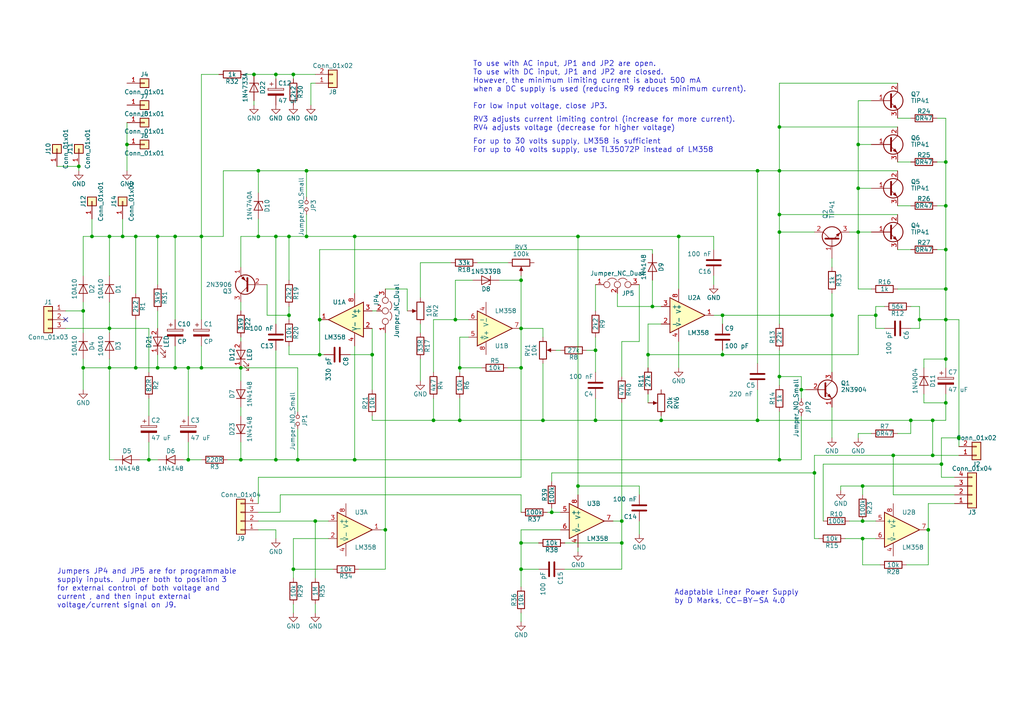
<source format=kicad_sch>
(kicad_sch (version 20210406) (generator eeschema)
  (paper "A4")
  (junction (at 22.86 48.26) (diameter 0.9144))
  (junction (at 24.13 90.17) (diameter 0.9144))
  (junction (at 24.13 106.68) (diameter 0.9144))
  (junction (at 26.67 68.58) (diameter 0.9144))
  (junction (at 31.75 68.58) (diameter 0.9144))
  (junction (at 31.75 95.25) (diameter 0.9144))
  (junction (at 31.75 106.68) (diameter 0.9144))
  (junction (at 35.56 68.58) (diameter 0.9144))
  (junction (at 36.83 41.91) (diameter 0.9144))
  (junction (at 39.37 68.58) (diameter 0.9144))
  (junction (at 39.37 106.68) (diameter 0.9144))
  (junction (at 43.18 133.35) (diameter 0.9144))
  (junction (at 45.72 68.58) (diameter 0.9144))
  (junction (at 45.72 106.68) (diameter 0.9144))
  (junction (at 50.8 68.58) (diameter 0.9144))
  (junction (at 50.8 106.68) (diameter 0.9144))
  (junction (at 54.61 106.68) (diameter 0.9144))
  (junction (at 54.61 133.35) (diameter 0.9144))
  (junction (at 58.42 68.58) (diameter 0.9144))
  (junction (at 58.42 106.68) (diameter 0.9144))
  (junction (at 69.85 106.68) (diameter 0.9144))
  (junction (at 69.85 133.35) (diameter 0.9144))
  (junction (at 73.66 21.59) (diameter 0.9144))
  (junction (at 74.93 49.53) (diameter 0.9144))
  (junction (at 74.93 68.58) (diameter 0.9144))
  (junction (at 80.01 21.59) (diameter 0.9144))
  (junction (at 80.01 68.58) (diameter 0.9144))
  (junction (at 80.01 133.35) (diameter 0.9144))
  (junction (at 83.82 68.58) (diameter 0.9144))
  (junction (at 83.82 91.44) (diameter 0.9144))
  (junction (at 85.09 21.59) (diameter 0.9144))
  (junction (at 85.09 165.1) (diameter 0.9144))
  (junction (at 86.36 133.35) (diameter 0.9144))
  (junction (at 88.9 49.53) (diameter 0.9144))
  (junction (at 88.9 68.58) (diameter 0.9144))
  (junction (at 91.44 151.13) (diameter 0.9144))
  (junction (at 92.71 92.71) (diameter 0.9144))
  (junction (at 92.71 102.87) (diameter 0.9144))
  (junction (at 102.87 68.58) (diameter 0.9144))
  (junction (at 102.87 133.35) (diameter 0.9144))
  (junction (at 107.95 102.87) (diameter 0.9144))
  (junction (at 111.76 153.67) (diameter 0.9144))
  (junction (at 125.73 121.92) (diameter 0.9144))
  (junction (at 132.08 92.71) (diameter 0.9144))
  (junction (at 133.35 106.68) (diameter 0.9144))
  (junction (at 133.35 121.92) (diameter 0.9144))
  (junction (at 151.13 81.28) (diameter 0.9144))
  (junction (at 151.13 95.25) (diameter 0.9144))
  (junction (at 151.13 106.68) (diameter 0.9144))
  (junction (at 151.13 157.48) (diameter 0.9144))
  (junction (at 151.13 165.1) (diameter 0.9144))
  (junction (at 157.48 121.92) (diameter 0.9144))
  (junction (at 160.02 148.59) (diameter 0.9144))
  (junction (at 167.64 68.58) (diameter 0.9144))
  (junction (at 167.64 140.97) (diameter 0.9144))
  (junction (at 172.72 101.6) (diameter 0.9144))
  (junction (at 172.72 121.92) (diameter 0.9144))
  (junction (at 180.34 151.13) (diameter 0.9144))
  (junction (at 180.34 157.48) (diameter 0.9144))
  (junction (at 187.96 102.87) (diameter 0.9144))
  (junction (at 189.23 88.9) (diameter 0.9144))
  (junction (at 191.77 121.92) (diameter 0.9144))
  (junction (at 196.85 68.58) (diameter 0.9144))
  (junction (at 209.55 91.44) (diameter 0.9144))
  (junction (at 209.55 102.87) (diameter 0.9144))
  (junction (at 219.71 49.53) (diameter 0.9144))
  (junction (at 219.71 121.92) (diameter 0.9144))
  (junction (at 226.06 36.83) (diameter 0.9144))
  (junction (at 226.06 49.53) (diameter 0.9144))
  (junction (at 226.06 62.23) (diameter 0.9144))
  (junction (at 226.06 67.31) (diameter 0.9144))
  (junction (at 226.06 109.22) (diameter 0.9144))
  (junction (at 226.06 133.35) (diameter 0.9144))
  (junction (at 232.41 113.03) (diameter 0.9144))
  (junction (at 236.22 137.16) (diameter 0.9144))
  (junction (at 241.3 91.44) (diameter 0.9144))
  (junction (at 248.92 41.91) (diameter 0.9144))
  (junction (at 248.92 54.61) (diameter 0.9144))
  (junction (at 248.92 67.31) (diameter 0.9144))
  (junction (at 250.19 140.97) (diameter 0.9144))
  (junction (at 250.19 151.13) (diameter 0.9144))
  (junction (at 250.19 156.21) (diameter 0.9144))
  (junction (at 254 91.44) (diameter 0.9144))
  (junction (at 259.08 132.08) (diameter 0.9144))
  (junction (at 264.16 121.92) (diameter 0.9144))
  (junction (at 266.7 92.71) (diameter 0.9144))
  (junction (at 269.24 153.67) (diameter 0.9144))
  (junction (at 270.51 121.92) (diameter 0.9144))
  (junction (at 270.51 132.08) (diameter 0.9144))
  (junction (at 273.05 134.62) (diameter 0.9144))
  (junction (at 274.32 46.99) (diameter 0.9144))
  (junction (at 274.32 59.69) (diameter 0.9144))
  (junction (at 274.32 72.39) (diameter 0.9144))
  (junction (at 274.32 83.82) (diameter 0.9144))
  (junction (at 274.32 92.71) (diameter 0.9144))
  (junction (at 274.32 104.14) (diameter 0.9144))
  (junction (at 274.32 116.84) (diameter 0.9144))
  (junction (at 278.13 127) (diameter 0.9144))
  (no_connect (at -54.61 123.19))
  (no_connect (at 19.05 92.71))
  (wire (pts (xy 16.51 48.26) (xy 22.86 48.26)))
  (wire (pts (xy 19.05 95.25) (xy 31.75 95.25)))
  (wire (pts (xy 22.86 48.26) (xy 22.86 49.53)))
  (wire (pts (xy 24.13 68.58) (xy 24.13 80.01)))
  (wire (pts (xy 24.13 68.58) (xy 26.67 68.58)))
  (wire (pts (xy 24.13 87.63) (xy 24.13 90.17)))
  (wire (pts (xy 24.13 90.17) (xy 19.05 90.17)))
  (wire (pts (xy 24.13 90.17) (xy 24.13 96.52)))
  (wire (pts (xy 24.13 104.14) (xy 24.13 106.68)))
  (wire (pts (xy 24.13 106.68) (xy 24.13 113.03)))
  (wire (pts (xy 24.13 106.68) (xy 31.75 106.68)))
  (wire (pts (xy 26.67 63.5) (xy 26.67 68.58)))
  (wire (pts (xy 26.67 68.58) (xy 31.75 68.58)))
  (wire (pts (xy 31.75 68.58) (xy 31.75 80.01)))
  (wire (pts (xy 31.75 68.58) (xy 35.56 68.58)))
  (wire (pts (xy 31.75 87.63) (xy 31.75 95.25)))
  (wire (pts (xy 31.75 95.25) (xy 31.75 96.52)))
  (wire (pts (xy 31.75 95.25) (xy 43.18 95.25)))
  (wire (pts (xy 31.75 104.14) (xy 31.75 106.68)))
  (wire (pts (xy 31.75 106.68) (xy 31.75 133.35)))
  (wire (pts (xy 31.75 106.68) (xy 39.37 106.68)))
  (wire (pts (xy 31.75 133.35) (xy 33.02 133.35)))
  (wire (pts (xy 35.56 63.5) (xy 35.56 68.58)))
  (wire (pts (xy 35.56 68.58) (xy 39.37 68.58)))
  (wire (pts (xy 36.83 35.56) (xy 36.83 41.91)))
  (wire (pts (xy 36.83 41.91) (xy 36.83 49.53)))
  (wire (pts (xy 39.37 68.58) (xy 39.37 85.09)))
  (wire (pts (xy 39.37 68.58) (xy 45.72 68.58)))
  (wire (pts (xy 39.37 106.68) (xy 39.37 92.71)))
  (wire (pts (xy 39.37 106.68) (xy 45.72 106.68)))
  (wire (pts (xy 40.64 133.35) (xy 43.18 133.35)))
  (wire (pts (xy 43.18 95.25) (xy 43.18 107.95)))
  (wire (pts (xy 43.18 120.65) (xy 43.18 115.57)))
  (wire (pts (xy 43.18 133.35) (xy 43.18 128.27)))
  (wire (pts (xy 43.18 133.35) (xy 45.72 133.35)))
  (wire (pts (xy 45.72 68.58) (xy 45.72 82.55)))
  (wire (pts (xy 45.72 68.58) (xy 50.8 68.58)))
  (wire (pts (xy 45.72 90.17) (xy 45.72 95.25)))
  (wire (pts (xy 45.72 106.68) (xy 45.72 102.87)))
  (wire (pts (xy 45.72 106.68) (xy 50.8 106.68)))
  (wire (pts (xy 50.8 68.58) (xy 50.8 92.71)))
  (wire (pts (xy 50.8 68.58) (xy 58.42 68.58)))
  (wire (pts (xy 50.8 106.68) (xy 50.8 100.33)))
  (wire (pts (xy 50.8 106.68) (xy 54.61 106.68)))
  (wire (pts (xy 53.34 133.35) (xy 54.61 133.35)))
  (wire (pts (xy 54.61 106.68) (xy 54.61 120.65)))
  (wire (pts (xy 54.61 106.68) (xy 58.42 106.68)))
  (wire (pts (xy 54.61 133.35) (xy 54.61 128.27)))
  (wire (pts (xy 54.61 133.35) (xy 58.42 133.35)))
  (wire (pts (xy 58.42 21.59) (xy 58.42 68.58)))
  (wire (pts (xy 58.42 21.59) (xy 63.5 21.59)))
  (wire (pts (xy 58.42 68.58) (xy 58.42 92.71)))
  (wire (pts (xy 58.42 68.58) (xy 64.77 68.58)))
  (wire (pts (xy 58.42 106.68) (xy 58.42 100.33)))
  (wire (pts (xy 58.42 106.68) (xy 69.85 106.68)))
  (wire (pts (xy 64.77 49.53) (xy 74.93 49.53)))
  (wire (pts (xy 64.77 68.58) (xy 64.77 49.53)))
  (wire (pts (xy 66.04 133.35) (xy 69.85 133.35)))
  (wire (pts (xy 69.85 68.58) (xy 74.93 68.58)))
  (wire (pts (xy 69.85 77.47) (xy 69.85 68.58)))
  (wire (pts (xy 69.85 87.63) (xy 69.85 90.17)))
  (wire (pts (xy 69.85 97.79) (xy 69.85 99.06)))
  (wire (pts (xy 69.85 106.68) (xy 69.85 110.49)))
  (wire (pts (xy 69.85 106.68) (xy 86.36 106.68)))
  (wire (pts (xy 69.85 118.11) (xy 69.85 120.65)))
  (wire (pts (xy 69.85 128.27) (xy 69.85 133.35)))
  (wire (pts (xy 69.85 133.35) (xy 80.01 133.35)))
  (wire (pts (xy 71.12 21.59) (xy 73.66 21.59)))
  (wire (pts (xy 73.66 21.59) (xy 80.01 21.59)))
  (wire (pts (xy 73.66 30.48) (xy 73.66 29.21)))
  (wire (pts (xy 74.93 49.53) (xy 88.9 49.53)))
  (wire (pts (xy 74.93 55.88) (xy 74.93 49.53)))
  (wire (pts (xy 74.93 68.58) (xy 74.93 63.5)))
  (wire (pts (xy 74.93 68.58) (xy 80.01 68.58)))
  (wire (pts (xy 74.93 138.43) (xy 151.13 138.43)))
  (wire (pts (xy 74.93 146.05) (xy 74.93 138.43)))
  (wire (pts (xy 74.93 148.59) (xy 81.28 148.59)))
  (wire (pts (xy 74.93 151.13) (xy 91.44 151.13)))
  (wire (pts (xy 77.47 82.55) (xy 77.47 91.44)))
  (wire (pts (xy 77.47 91.44) (xy 83.82 91.44)))
  (wire (pts (xy 80.01 21.59) (xy 80.01 22.86)))
  (wire (pts (xy 80.01 21.59) (xy 85.09 21.59)))
  (wire (pts (xy 80.01 68.58) (xy 80.01 93.98)))
  (wire (pts (xy 80.01 68.58) (xy 83.82 68.58)))
  (wire (pts (xy 80.01 133.35) (xy 80.01 101.6)))
  (wire (pts (xy 80.01 133.35) (xy 86.36 133.35)))
  (wire (pts (xy 80.01 153.67) (xy 74.93 153.67)))
  (wire (pts (xy 80.01 156.21) (xy 80.01 153.67)))
  (wire (pts (xy 81.28 143.51) (xy 151.13 143.51)))
  (wire (pts (xy 81.28 148.59) (xy 81.28 143.51)))
  (wire (pts (xy 83.82 68.58) (xy 83.82 81.28)))
  (wire (pts (xy 83.82 68.58) (xy 88.9 68.58)))
  (wire (pts (xy 83.82 88.9) (xy 83.82 91.44)))
  (wire (pts (xy 83.82 91.44) (xy 83.82 92.71)))
  (wire (pts (xy 83.82 100.33) (xy 83.82 102.87)))
  (wire (pts (xy 83.82 102.87) (xy 92.71 102.87)))
  (wire (pts (xy 85.09 21.59) (xy 85.09 22.86)))
  (wire (pts (xy 85.09 21.59) (xy 91.44 21.59)))
  (wire (pts (xy 85.09 156.21) (xy 85.09 165.1)))
  (wire (pts (xy 85.09 156.21) (xy 95.25 156.21)))
  (wire (pts (xy 85.09 165.1) (xy 85.09 167.64)))
  (wire (pts (xy 85.09 165.1) (xy 96.52 165.1)))
  (wire (pts (xy 85.09 177.8) (xy 85.09 175.26)))
  (wire (pts (xy 86.36 106.68) (xy 86.36 119.38)))
  (wire (pts (xy 86.36 133.35) (xy 86.36 124.46)))
  (wire (pts (xy 86.36 133.35) (xy 102.87 133.35)))
  (wire (pts (xy 88.9 49.53) (xy 88.9 57.15)))
  (wire (pts (xy 88.9 49.53) (xy 219.71 49.53)))
  (wire (pts (xy 88.9 68.58) (xy 88.9 62.23)))
  (wire (pts (xy 88.9 68.58) (xy 102.87 68.58)))
  (wire (pts (xy 90.17 24.13) (xy 91.44 24.13)))
  (wire (pts (xy 90.17 30.48) (xy 90.17 24.13)))
  (wire (pts (xy 91.44 151.13) (xy 95.25 151.13)))
  (wire (pts (xy 91.44 167.64) (xy 91.44 151.13)))
  (wire (pts (xy 91.44 175.26) (xy 91.44 177.8)))
  (wire (pts (xy 92.71 72.39) (xy 92.71 92.71)))
  (wire (pts (xy 92.71 72.39) (xy 189.23 72.39)))
  (wire (pts (xy 92.71 92.71) (xy 92.71 102.87)))
  (wire (pts (xy 92.71 102.87) (xy 93.98 102.87)))
  (wire (pts (xy 101.6 102.87) (xy 107.95 102.87)))
  (wire (pts (xy 102.87 68.58) (xy 102.87 85.09)))
  (wire (pts (xy 102.87 68.58) (xy 167.64 68.58)))
  (wire (pts (xy 102.87 133.35) (xy 102.87 100.33)))
  (wire (pts (xy 102.87 133.35) (xy 226.06 133.35)))
  (wire (pts (xy 107.95 95.25) (xy 107.95 102.87)))
  (wire (pts (xy 107.95 102.87) (xy 107.95 113.03)))
  (wire (pts (xy 107.95 121.92) (xy 107.95 120.65)))
  (wire (pts (xy 107.95 121.92) (xy 125.73 121.92)))
  (wire (pts (xy 109.22 90.17) (xy 107.95 90.17)))
  (wire (pts (xy 111.76 83.82) (xy 118.11 83.82)))
  (wire (pts (xy 111.76 96.52) (xy 111.76 153.67)))
  (wire (pts (xy 111.76 153.67) (xy 110.49 153.67)))
  (wire (pts (xy 111.76 153.67) (xy 111.76 165.1)))
  (wire (pts (xy 111.76 165.1) (xy 104.14 165.1)))
  (wire (pts (xy 118.11 83.82) (xy 118.11 90.17)))
  (wire (pts (xy 121.92 76.2) (xy 130.81 76.2)))
  (wire (pts (xy 121.92 86.36) (xy 121.92 76.2)))
  (wire (pts (xy 121.92 93.98) (xy 121.92 96.52)))
  (wire (pts (xy 121.92 104.14) (xy 121.92 110.49)))
  (wire (pts (xy 125.73 92.71) (xy 132.08 92.71)))
  (wire (pts (xy 125.73 107.95) (xy 125.73 92.71)))
  (wire (pts (xy 125.73 115.57) (xy 125.73 121.92)))
  (wire (pts (xy 125.73 121.92) (xy 133.35 121.92)))
  (wire (pts (xy 132.08 81.28) (xy 137.16 81.28)))
  (wire (pts (xy 132.08 92.71) (xy 132.08 81.28)))
  (wire (pts (xy 132.08 92.71) (xy 135.89 92.71)))
  (wire (pts (xy 133.35 97.79) (xy 133.35 106.68)))
  (wire (pts (xy 133.35 106.68) (xy 133.35 107.95)))
  (wire (pts (xy 133.35 106.68) (xy 139.7 106.68)))
  (wire (pts (xy 133.35 121.92) (xy 133.35 115.57)))
  (wire (pts (xy 133.35 121.92) (xy 157.48 121.92)))
  (wire (pts (xy 135.89 97.79) (xy 133.35 97.79)))
  (wire (pts (xy 144.78 81.28) (xy 151.13 81.28)))
  (wire (pts (xy 147.32 76.2) (xy 138.43 76.2)))
  (wire (pts (xy 151.13 80.01) (xy 151.13 81.28)))
  (wire (pts (xy 151.13 81.28) (xy 151.13 95.25)))
  (wire (pts (xy 151.13 95.25) (xy 151.13 106.68)))
  (wire (pts (xy 151.13 95.25) (xy 157.48 95.25)))
  (wire (pts (xy 151.13 106.68) (xy 147.32 106.68)))
  (wire (pts (xy 151.13 106.68) (xy 151.13 138.43)))
  (wire (pts (xy 151.13 143.51) (xy 151.13 148.59)))
  (wire (pts (xy 151.13 153.67) (xy 151.13 157.48)))
  (wire (pts (xy 151.13 153.67) (xy 162.56 153.67)))
  (wire (pts (xy 151.13 157.48) (xy 151.13 165.1)))
  (wire (pts (xy 151.13 157.48) (xy 156.21 157.48)))
  (wire (pts (xy 151.13 165.1) (xy 151.13 170.18)))
  (wire (pts (xy 151.13 165.1) (xy 156.21 165.1)))
  (wire (pts (xy 151.13 180.34) (xy 151.13 177.8)))
  (wire (pts (xy 157.48 95.25) (xy 157.48 97.79)))
  (wire (pts (xy 157.48 121.92) (xy 157.48 105.41)))
  (wire (pts (xy 157.48 121.92) (xy 172.72 121.92)))
  (wire (pts (xy 158.75 148.59) (xy 160.02 148.59)))
  (wire (pts (xy 160.02 137.16) (xy 236.22 137.16)))
  (wire (pts (xy 160.02 139.7) (xy 160.02 137.16)))
  (wire (pts (xy 160.02 147.32) (xy 160.02 148.59)))
  (wire (pts (xy 160.02 148.59) (xy 162.56 148.59)))
  (wire (pts (xy 162.56 101.6) (xy 161.29 101.6)))
  (wire (pts (xy 167.64 68.58) (xy 167.64 140.97)))
  (wire (pts (xy 167.64 68.58) (xy 196.85 68.58)))
  (wire (pts (xy 167.64 140.97) (xy 167.64 143.51)))
  (wire (pts (xy 167.64 140.97) (xy 185.42 140.97)))
  (wire (pts (xy 167.64 160.02) (xy 167.64 158.75)))
  (wire (pts (xy 172.72 90.17) (xy 172.72 82.55)))
  (wire (pts (xy 172.72 97.79) (xy 172.72 101.6)))
  (wire (pts (xy 172.72 101.6) (xy 170.18 101.6)))
  (wire (pts (xy 172.72 101.6) (xy 172.72 107.95)))
  (wire (pts (xy 172.72 121.92) (xy 172.72 115.57)))
  (wire (pts (xy 172.72 121.92) (xy 191.77 121.92)))
  (wire (pts (xy 179.07 85.09) (xy 179.07 88.9)))
  (wire (pts (xy 179.07 88.9) (xy 189.23 88.9)))
  (wire (pts (xy 180.34 99.06) (xy 185.42 99.06)))
  (wire (pts (xy 180.34 109.22) (xy 180.34 99.06)))
  (wire (pts (xy 180.34 116.84) (xy 180.34 151.13)))
  (wire (pts (xy 180.34 151.13) (xy 177.8 151.13)))
  (wire (pts (xy 180.34 151.13) (xy 180.34 157.48)))
  (wire (pts (xy 180.34 157.48) (xy 163.83 157.48)))
  (wire (pts (xy 180.34 157.48) (xy 180.34 165.1)))
  (wire (pts (xy 180.34 165.1) (xy 163.83 165.1)))
  (wire (pts (xy 185.42 82.55) (xy 185.42 99.06)))
  (wire (pts (xy 185.42 140.97) (xy 185.42 143.51)))
  (wire (pts (xy 185.42 154.94) (xy 185.42 151.13)))
  (wire (pts (xy 187.96 93.98) (xy 187.96 102.87)))
  (wire (pts (xy 187.96 93.98) (xy 191.77 93.98)))
  (wire (pts (xy 187.96 102.87) (xy 187.96 106.68)))
  (wire (pts (xy 187.96 102.87) (xy 209.55 102.87)))
  (wire (pts (xy 187.96 116.84) (xy 187.96 114.3)))
  (wire (pts (xy 189.23 72.39) (xy 189.23 73.66)))
  (wire (pts (xy 189.23 88.9) (xy 189.23 81.28)))
  (wire (pts (xy 189.23 88.9) (xy 191.77 88.9)))
  (wire (pts (xy 191.77 121.92) (xy 191.77 120.65)))
  (wire (pts (xy 191.77 121.92) (xy 219.71 121.92)))
  (wire (pts (xy 196.85 68.58) (xy 196.85 83.82)))
  (wire (pts (xy 196.85 68.58) (xy 207.01 68.58)))
  (wire (pts (xy 196.85 106.68) (xy 196.85 99.06)))
  (wire (pts (xy 207.01 68.58) (xy 207.01 72.39)))
  (wire (pts (xy 207.01 82.55) (xy 207.01 80.01)))
  (wire (pts (xy 207.01 91.44) (xy 209.55 91.44)))
  (wire (pts (xy 209.55 91.44) (xy 209.55 93.98)))
  (wire (pts (xy 209.55 91.44) (xy 241.3 91.44)))
  (wire (pts (xy 209.55 101.6) (xy 209.55 102.87)))
  (wire (pts (xy 209.55 102.87) (xy 248.92 102.87)))
  (wire (pts (xy 219.71 49.53) (xy 219.71 105.41)))
  (wire (pts (xy 219.71 49.53) (xy 226.06 49.53)))
  (wire (pts (xy 219.71 121.92) (xy 219.71 113.03)))
  (wire (pts (xy 219.71 121.92) (xy 264.16 121.92)))
  (wire (pts (xy 226.06 24.13) (xy 226.06 36.83)))
  (wire (pts (xy 226.06 24.13) (xy 260.35 24.13)))
  (wire (pts (xy 226.06 36.83) (xy 226.06 49.53)))
  (wire (pts (xy 226.06 36.83) (xy 260.35 36.83)))
  (wire (pts (xy 226.06 49.53) (xy 226.06 62.23)))
  (wire (pts (xy 226.06 49.53) (xy 260.35 49.53)))
  (wire (pts (xy 226.06 62.23) (xy 226.06 67.31)))
  (wire (pts (xy 226.06 62.23) (xy 260.35 62.23)))
  (wire (pts (xy 226.06 67.31) (xy 226.06 93.98)))
  (wire (pts (xy 226.06 101.6) (xy 226.06 109.22)))
  (wire (pts (xy 226.06 109.22) (xy 226.06 111.76)))
  (wire (pts (xy 226.06 133.35) (xy 226.06 119.38)))
  (wire (pts (xy 226.06 133.35) (xy 232.41 133.35)))
  (wire (pts (xy 232.41 109.22) (xy 226.06 109.22)))
  (wire (pts (xy 232.41 109.22) (xy 232.41 113.03)))
  (wire (pts (xy 232.41 113.03) (xy 232.41 115.57)))
  (wire (pts (xy 232.41 133.35) (xy 232.41 120.65)))
  (wire (pts (xy 233.68 113.03) (xy 232.41 113.03)))
  (wire (pts (xy 236.22 67.31) (xy 226.06 67.31)))
  (wire (pts (xy 236.22 132.08) (xy 236.22 137.16)))
  (wire (pts (xy 236.22 132.08) (xy 259.08 132.08)))
  (wire (pts (xy 236.22 137.16) (xy 236.22 156.21)))
  (wire (pts (xy 236.22 156.21) (xy 237.49 156.21)))
  (wire (pts (xy 238.76 134.62) (xy 273.05 134.62)))
  (wire (pts (xy 238.76 151.13) (xy 238.76 134.62)))
  (wire (pts (xy 241.3 74.93) (xy 241.3 77.47)))
  (wire (pts (xy 241.3 85.09) (xy 241.3 91.44)))
  (wire (pts (xy 241.3 91.44) (xy 241.3 107.95)))
  (wire (pts (xy 241.3 118.11) (xy 241.3 127)))
  (wire (pts (xy 243.84 140.97) (xy 250.19 140.97)))
  (wire (pts (xy 243.84 142.24) (xy 243.84 140.97)))
  (wire (pts (xy 245.11 156.21) (xy 250.19 156.21)))
  (wire (pts (xy 246.38 67.31) (xy 248.92 67.31)))
  (wire (pts (xy 246.38 151.13) (xy 250.19 151.13)))
  (wire (pts (xy 248.92 29.21) (xy 248.92 41.91)))
  (wire (pts (xy 248.92 29.21) (xy 252.73 29.21)))
  (wire (pts (xy 248.92 41.91) (xy 248.92 54.61)))
  (wire (pts (xy 248.92 54.61) (xy 248.92 67.31)))
  (wire (pts (xy 248.92 54.61) (xy 252.73 54.61)))
  (wire (pts (xy 248.92 67.31) (xy 248.92 83.82)))
  (wire (pts (xy 248.92 67.31) (xy 252.73 67.31)))
  (wire (pts (xy 248.92 83.82) (xy 252.73 83.82)))
  (wire (pts (xy 248.92 91.44) (xy 254 91.44)))
  (wire (pts (xy 248.92 102.87) (xy 248.92 91.44)))
  (wire (pts (xy 248.92 125.73) (xy 252.73 125.73)))
  (wire (pts (xy 248.92 127) (xy 248.92 125.73)))
  (wire (pts (xy 250.19 140.97) (xy 276.86 140.97)))
  (wire (pts (xy 250.19 143.51) (xy 250.19 140.97)))
  (wire (pts (xy 250.19 151.13) (xy 254 151.13)))
  (wire (pts (xy 250.19 156.21) (xy 250.19 163.83)))
  (wire (pts (xy 250.19 156.21) (xy 254 156.21)))
  (wire (pts (xy 250.19 163.83) (xy 255.27 163.83)))
  (wire (pts (xy 252.73 41.91) (xy 248.92 41.91)))
  (wire (pts (xy 254 88.9) (xy 254 91.44)))
  (wire (pts (xy 254 88.9) (xy 256.54 88.9)))
  (wire (pts (xy 254 91.44) (xy 254 95.25)))
  (wire (pts (xy 254 95.25) (xy 256.54 95.25)))
  (wire (pts (xy 259.08 132.08) (xy 259.08 143.51)))
  (wire (pts (xy 259.08 132.08) (xy 270.51 132.08)))
  (wire (pts (xy 259.08 143.51) (xy 276.86 143.51)))
  (wire (pts (xy 260.35 125.73) (xy 264.16 125.73)))
  (wire (pts (xy 264.16 34.29) (xy 260.35 34.29)))
  (wire (pts (xy 264.16 46.99) (xy 260.35 46.99)))
  (wire (pts (xy 264.16 59.69) (xy 260.35 59.69)))
  (wire (pts (xy 264.16 72.39) (xy 260.35 72.39)))
  (wire (pts (xy 264.16 88.9) (xy 266.7 88.9)))
  (wire (pts (xy 264.16 121.92) (xy 270.51 121.92)))
  (wire (pts (xy 264.16 125.73) (xy 264.16 121.92)))
  (wire (pts (xy 266.7 88.9) (xy 266.7 92.71)))
  (wire (pts (xy 266.7 92.71) (xy 266.7 95.25)))
  (wire (pts (xy 266.7 92.71) (xy 274.32 92.71)))
  (wire (pts (xy 266.7 95.25) (xy 264.16 95.25)))
  (wire (pts (xy 267.97 104.14) (xy 267.97 106.68)))
  (wire (pts (xy 267.97 114.3) (xy 267.97 116.84)))
  (wire (pts (xy 267.97 116.84) (xy 274.32 116.84)))
  (wire (pts (xy 269.24 146.05) (xy 269.24 153.67)))
  (wire (pts (xy 269.24 146.05) (xy 276.86 146.05)))
  (wire (pts (xy 269.24 153.67) (xy 269.24 163.83)))
  (wire (pts (xy 269.24 163.83) (xy 262.89 163.83)))
  (wire (pts (xy 270.51 121.92) (xy 274.32 121.92)))
  (wire (pts (xy 270.51 132.08) (xy 270.51 121.92)))
  (wire (pts (xy 270.51 132.08) (xy 278.13 132.08)))
  (wire (pts (xy 273.05 127) (xy 273.05 134.62)))
  (wire (pts (xy 273.05 127) (xy 278.13 127)))
  (wire (pts (xy 273.05 134.62) (xy 273.05 138.43)))
  (wire (pts (xy 273.05 138.43) (xy 276.86 138.43)))
  (wire (pts (xy 274.32 34.29) (xy 271.78 34.29)))
  (wire (pts (xy 274.32 34.29) (xy 274.32 46.99)))
  (wire (pts (xy 274.32 46.99) (xy 271.78 46.99)))
  (wire (pts (xy 274.32 46.99) (xy 274.32 59.69)))
  (wire (pts (xy 274.32 59.69) (xy 271.78 59.69)))
  (wire (pts (xy 274.32 59.69) (xy 274.32 72.39)))
  (wire (pts (xy 274.32 72.39) (xy 271.78 72.39)))
  (wire (pts (xy 274.32 72.39) (xy 274.32 83.82)))
  (wire (pts (xy 274.32 83.82) (xy 260.35 83.82)))
  (wire (pts (xy 274.32 83.82) (xy 274.32 92.71)))
  (wire (pts (xy 274.32 92.71) (xy 274.32 104.14)))
  (wire (pts (xy 274.32 92.71) (xy 278.13 92.71)))
  (wire (pts (xy 274.32 104.14) (xy 267.97 104.14)))
  (wire (pts (xy 274.32 104.14) (xy 274.32 106.68)))
  (wire (pts (xy 274.32 116.84) (xy 274.32 114.3)))
  (wire (pts (xy 274.32 121.92) (xy 274.32 116.84)))
  (wire (pts (xy 278.13 92.71) (xy 278.13 127)))
  (wire (pts (xy 278.13 127) (xy 278.13 129.54)))
  (text "Jumpers JP4 and JP5 are for programmable\nsupply inputs.  Jumper both to position 3 \nfor external control of both voltage and\ncurrent , and then input external \nvoltage/current signal on J9." (at 16.51 176.53 0) (effects (font (size 1.524 1.524)) (justify left bottom)))
  (text "To use with AC input, JP1 and JP2 are open.\nTo use with DC input, JP1 and JP2 are closed. \nHowever, the minimum limiting current is about 500 mA\nwhen a DC supply is used (reducing R9 reduces minimum current).\n\nFor low input voltage, close JP3." (at 137.16 31.75 0) (effects (font (size 1.524 1.524)) (justify left bottom)))
  (text "RV3 adjusts current limiting control (increase for more current).\nRV4 adjusts voltage (decrease for higher voltage)" (at 137.16 38.1 0) (effects (font (size 1.524 1.524)) (justify left bottom)))
  (text "For up to 30 volts supply, LM358 is sufficient\nFor up to 40 volts supply, use TL35072P instead of LM358" (at 137.16 44.45 0) (effects (font (size 1.524 1.524)) (justify left bottom)))
  (text "Adaptable Linear Power Supply\nby D Marks, CC-BY-SA 4.0" (at 195.58 175.26 0) (effects (font (size 1.524 1.524)) (justify left bottom)))
  (symbol (lib_id "LinearPS-rescue:Jumper_NO_Small") (at 86.36 121.92 270) (unit 1)
    (property "Reference" "JP1" (at 88.392 121.92 0))
    (property "Value" "Jumper_NO_Small" (at 84.836 122.174 0))
    (property "Footprint" "Pin_Headers:Pin_Header_Straight_1x02_Pitch2.54mm" (effects hide))
  )
  (symbol (lib_id "LinearPS-rescue:Jumper_NO_Small") (at 88.9 59.69 270) (unit 1)
    (property "Reference" "JP3" (at 90.932 59.69 0))
    (property "Value" "Jumper_NO_Small" (at 87.376 59.944 0))
    (property "Footprint" "Pin_Headers:Pin_Header_Straight_1x02_Pitch2.54mm" (effects hide))
  )
  (symbol (lib_id "LinearPS-rescue:Jumper_NO_Small") (at 232.41 118.11 270) (unit 1)
    (property "Reference" "JP2" (at 234.442 118.11 0))
    (property "Value" "Jumper_NO_Small" (at 230.886 118.364 0))
    (property "Footprint" "Pin_Headers:Pin_Header_Straight_1x02_Pitch2.54mm" (effects hide))
  )
  (symbol (lib_id "LinearPS-rescue:GND") (at 22.86 49.53 0) (unit 1)
    (property "Reference" "#PWR015" (effects hide))
    (property "Value" "GND" (at 22.86 53.34 0))
  )
  (symbol (lib_id "LinearPS-rescue:GND") (at 24.13 113.03 0) (unit 1)
    (property "Reference" "#PWR01" (effects hide))
    (property "Value" "GND" (at 24.13 116.84 0))
  )
  (symbol (lib_id "LinearPS-rescue:GND") (at 36.83 49.53 0) (unit 1)
    (property "Reference" "#PWR08" (effects hide))
    (property "Value" "GND" (at 36.83 53.34 0))
  )
  (symbol (lib_id "LinearPS-rescue:GND") (at 73.66 30.48 0) (unit 1)
    (property "Reference" "#PWR02" (effects hide))
    (property "Value" "GND" (at 73.66 34.29 0))
  )
  (symbol (lib_id "LinearPS-rescue:GND") (at 80.01 30.48 0) (unit 1)
    (property "Reference" "#PWR04" (effects hide))
    (property "Value" "GND" (at 80.01 34.29 0))
  )
  (symbol (lib_id "LinearPS-rescue:GND") (at 80.01 156.21 0) (unit 1)
    (property "Reference" "#PWR018" (effects hide))
    (property "Value" "GND" (at 80.01 160.02 0))
  )
  (symbol (lib_id "LinearPS-rescue:GND") (at 85.09 30.48 0) (unit 1)
    (property "Reference" "#PWR05" (effects hide))
    (property "Value" "GND" (at 85.09 34.29 0))
  )
  (symbol (lib_id "LinearPS-rescue:GND") (at 85.09 177.8 0) (unit 1)
    (property "Reference" "#PWR019" (effects hide))
    (property "Value" "GND" (at 85.09 181.61 0))
  )
  (symbol (lib_id "LinearPS-rescue:GND") (at 90.17 30.48 0) (unit 1)
    (property "Reference" "#PWR03" (effects hide))
    (property "Value" "GND" (at 90.17 34.29 0))
  )
  (symbol (lib_id "LinearPS-rescue:GND") (at 91.44 177.8 0) (unit 1)
    (property "Reference" "#PWR016" (effects hide))
    (property "Value" "GND" (at 91.44 181.61 0))
  )
  (symbol (lib_id "LinearPS-rescue:GND") (at 121.92 110.49 0) (unit 1)
    (property "Reference" "#PWR011" (effects hide))
    (property "Value" "GND" (at 121.92 114.3 0))
  )
  (symbol (lib_id "LinearPS-rescue:GND") (at 151.13 180.34 0) (unit 1)
    (property "Reference" "#PWR017" (effects hide))
    (property "Value" "GND" (at 151.13 184.15 0))
  )
  (symbol (lib_id "LinearPS-rescue:GND") (at 167.64 160.02 0) (unit 1)
    (property "Reference" "#PWR06" (effects hide))
    (property "Value" "GND" (at 167.64 163.83 0))
  )
  (symbol (lib_id "LinearPS-rescue:GND") (at 185.42 154.94 0) (unit 1)
    (property "Reference" "#PWR07" (effects hide))
    (property "Value" "GND" (at 185.42 158.75 0))
  )
  (symbol (lib_id "LinearPS-rescue:GND") (at 196.85 106.68 0) (unit 1)
    (property "Reference" "#PWR012" (effects hide))
    (property "Value" "GND" (at 196.85 110.49 0))
  )
  (symbol (lib_id "LinearPS-rescue:GND") (at 207.01 82.55 0) (unit 1)
    (property "Reference" "#PWR09" (effects hide))
    (property "Value" "GND" (at 207.01 86.36 0))
  )
  (symbol (lib_id "LinearPS-rescue:GND") (at 241.3 127 0) (unit 1)
    (property "Reference" "#PWR013" (effects hide))
    (property "Value" "GND" (at 241.3 130.81 0))
  )
  (symbol (lib_id "LinearPS-rescue:GND") (at 243.84 142.24 0) (unit 1)
    (property "Reference" "#PWR010" (effects hide))
    (property "Value" "GND" (at 243.84 146.05 0))
  )
  (symbol (lib_id "LinearPS-rescue:GND") (at 248.92 127 0) (unit 1)
    (property "Reference" "#PWR014" (effects hide))
    (property "Value" "GND" (at 248.92 130.81 0))
  )
  (symbol (lib_id "LinearPS-rescue:Conn_01x01") (at 16.51 43.18 90) (unit 1)
    (property "Reference" "J10" (at 13.97 43.18 0))
    (property "Value" "Conn_01x01" (at 19.05 43.18 0))
    (property "Footprint" "Connectors:1pin" (effects hide))
  )
  (symbol (lib_id "LinearPS-rescue:Conn_01x01") (at 22.86 43.18 90) (unit 1)
    (property "Reference" "J11" (at 20.32 43.18 0))
    (property "Value" "Conn_01x01" (at 25.4 43.18 0))
    (property "Footprint" "Connectors:1pin" (effects hide))
  )
  (symbol (lib_id "LinearPS-rescue:Conn_01x01") (at 26.67 58.42 90) (unit 1)
    (property "Reference" "J12" (at 24.13 58.42 0))
    (property "Value" "Conn_01x01" (at 29.21 58.42 0))
    (property "Footprint" "Connectors:1pin" (effects hide))
  )
  (symbol (lib_id "LinearPS-rescue:Conn_01x01") (at 35.56 58.42 90) (unit 1)
    (property "Reference" "J14" (at 33.02 58.42 0))
    (property "Value" "Conn_01x01" (at 38.1 58.42 0))
    (property "Footprint" "Connectors:1pin" (effects hide))
  )
  (symbol (lib_id "LinearPS-rescue:Conn_01x01") (at 41.91 24.13 0) (unit 1)
    (property "Reference" "J4" (at 41.91 21.59 0))
    (property "Value" "Conn_01x01" (at 41.91 26.67 0))
    (property "Footprint" "Connectors:1pin" (effects hide))
  )
  (symbol (lib_id "LinearPS-rescue:Conn_01x01") (at 41.91 30.48 0) (unit 1)
    (property "Reference" "J7" (at 41.91 27.94 0))
    (property "Value" "Conn_01x01" (at 41.91 33.02 0))
    (property "Footprint" "Connectors:1pin" (effects hide))
  )
  (symbol (lib_id "LinearPS-rescue:Conn_01x01") (at 41.91 35.56 0) (unit 1)
    (property "Reference" "J5" (at 41.91 33.02 0))
    (property "Value" "Conn_01x01" (at 41.91 38.1 0))
    (property "Footprint" "Connectors:1pin" (effects hide))
  )
  (symbol (lib_id "LinearPS-rescue:Conn_01x01") (at 41.91 41.91 0) (unit 1)
    (property "Reference" "J6" (at 41.91 39.37 0))
    (property "Value" "Conn_01x01" (at 41.91 44.45 0))
    (property "Footprint" "Connectors:1pin" (effects hide))
  )
  (symbol (lib_id "LinearPS-rescue:R") (at 39.37 88.9 0) (unit 1)
    (property "Reference" "R1" (at 41.402 88.9 90))
    (property "Value" "2k2" (at 39.37 88.9 90))
    (property "Footprint" "Resistors_THT:R_Axial_DIN0207_L6.3mm_D2.5mm_P7.62mm_Horizontal" (effects hide))
  )
  (symbol (lib_id "LinearPS-rescue:R") (at 43.18 111.76 0) (unit 1)
    (property "Reference" "R2" (at 45.212 111.76 90))
    (property "Value" "82R" (at 43.18 111.76 90))
    (property "Footprint" "Resistors_THT:R_Axial_DIN0411_L9.9mm_D3.6mm_P12.70mm_Horizontal" (effects hide))
  )
  (symbol (lib_id "LinearPS-rescue:R") (at 45.72 86.36 0) (unit 1)
    (property "Reference" "R31" (at 47.752 86.36 90))
    (property "Value" "3k9" (at 45.72 86.36 90))
    (property "Footprint" "Resistors_THT:R_Axial_DIN0207_L6.3mm_D2.5mm_P7.62mm_Horizontal" (effects hide))
  )
  (symbol (lib_id "LinearPS-rescue:R") (at 62.23 133.35 270) (unit 1)
    (property "Reference" "R3" (at 62.23 135.382 90))
    (property "Value" "220R" (at 62.23 133.35 90))
    (property "Footprint" "Resistors_THT:R_Axial_DIN0411_L9.9mm_D3.6mm_P12.70mm_Horizontal" (effects hide))
  )
  (symbol (lib_id "LinearPS-rescue:R") (at 67.31 21.59 270) (unit 1)
    (property "Reference" "R32" (at 67.31 23.622 90))
    (property "Value" "1k" (at 67.31 21.59 90))
    (property "Footprint" "Resistors_THT:R_Axial_DIN0411_L9.9mm_D3.6mm_P12.70mm_Horizontal" (effects hide))
  )
  (symbol (lib_id "LinearPS-rescue:R") (at 69.85 93.98 0) (unit 1)
    (property "Reference" "R22" (at 71.882 93.98 90))
    (property "Value" "3k9" (at 69.85 93.98 90))
    (property "Footprint" "Resistors_THT:R_Axial_DIN0207_L6.3mm_D2.5mm_P7.62mm_Horizontal" (effects hide))
  )
  (symbol (lib_id "LinearPS-rescue:R") (at 83.82 85.09 0) (unit 1)
    (property "Reference" "R19" (at 85.852 85.09 90))
    (property "Value" "2k2" (at 83.82 85.09 90))
    (property "Footprint" "Resistors_THT:R_Axial_DIN0207_L6.3mm_D2.5mm_P7.62mm_Horizontal" (effects hide))
  )
  (symbol (lib_id "LinearPS-rescue:R") (at 83.82 96.52 0) (unit 1)
    (property "Reference" "R20" (at 85.852 96.52 90))
    (property "Value" "10k" (at 83.82 96.52 90))
    (property "Footprint" "Resistors_THT:R_Axial_DIN0207_L6.3mm_D2.5mm_P7.62mm_Horizontal" (effects hide))
  )
  (symbol (lib_id "LinearPS-rescue:R") (at 85.09 26.67 0) (unit 1)
    (property "Reference" "R30" (at 87.122 26.67 90))
    (property "Value" "2k2" (at 85.09 26.67 90))
    (property "Footprint" "Resistors_THT:R_Axial_DIN0207_L6.3mm_D2.5mm_P7.62mm_Horizontal" (effects hide))
  )
  (symbol (lib_id "LinearPS-rescue:R") (at 85.09 171.45 0) (mirror x) (unit 1)
    (property "Reference" "R29" (at 87.122 171.45 90))
    (property "Value" "10k" (at 85.09 171.45 90))
    (property "Footprint" "Resistors_THT:R_Axial_DIN0207_L6.3mm_D2.5mm_P7.62mm_Horizontal" (effects hide))
  )
  (symbol (lib_id "LinearPS-rescue:R") (at 91.44 171.45 0) (unit 1)
    (property "Reference" "R35" (at 93.472 171.45 90))
    (property "Value" "1M" (at 91.44 171.45 90))
    (property "Footprint" "Resistors_THT:R_Axial_DIN0207_L6.3mm_D2.5mm_P7.62mm_Horizontal" (effects hide))
  )
  (symbol (lib_id "LinearPS-rescue:R") (at 100.33 165.1 270) (unit 1)
    (property "Reference" "R34" (at 100.33 167.132 90))
    (property "Value" "10k" (at 100.33 165.1 90))
    (property "Footprint" "Resistors_THT:R_Axial_DIN0207_L6.3mm_D2.5mm_P7.62mm_Horizontal" (effects hide))
  )
  (symbol (lib_id "LinearPS-rescue:R") (at 107.95 116.84 180) (unit 1)
    (property "Reference" "R21" (at 105.918 116.84 90))
    (property "Value" "10k" (at 107.95 116.84 90))
    (property "Footprint" "Resistors_THT:R_Axial_DIN0207_L6.3mm_D2.5mm_P7.62mm_Horizontal" (effects hide))
  )
  (symbol (lib_id "LinearPS-rescue:R") (at 121.92 100.33 0) (unit 1)
    (property "Reference" "R17" (at 123.952 100.33 90))
    (property "Value" "33R" (at 121.92 100.33 90))
    (property "Footprint" "Resistors_THT:R_Axial_DIN0207_L6.3mm_D2.5mm_P7.62mm_Horizontal" (effects hide))
  )
  (symbol (lib_id "LinearPS-rescue:R") (at 125.73 111.76 0) (unit 1)
    (property "Reference" "R4" (at 127.762 111.76 90))
    (property "Value" "4k7" (at 125.73 111.76 90))
    (property "Footprint" "Resistors_THT:R_Axial_DIN0207_L6.3mm_D2.5mm_P7.62mm_Horizontal" (effects hide))
  )
  (symbol (lib_id "LinearPS-rescue:R") (at 133.35 111.76 0) (unit 1)
    (property "Reference" "R6" (at 135.382 111.76 90))
    (property "Value" "10k" (at 133.35 111.76 90))
    (property "Footprint" "Resistors_THT:R_Axial_DIN0207_L6.3mm_D2.5mm_P7.62mm_Horizontal" (effects hide))
  )
  (symbol (lib_id "LinearPS-rescue:R") (at 134.62 76.2 270) (unit 1)
    (property "Reference" "R18" (at 134.62 78.232 90))
    (property "Value" "33k" (at 134.62 76.2 90))
    (property "Footprint" "Resistors_THT:R_Axial_DIN0207_L6.3mm_D2.5mm_P7.62mm_Horizontal" (effects hide))
  )
  (symbol (lib_id "LinearPS-rescue:R") (at 143.51 106.68 90) (unit 1)
    (property "Reference" "R5" (at 143.51 104.648 90))
    (property "Value" "10k" (at 143.51 106.68 90))
    (property "Footprint" "Resistors_THT:R_Axial_DIN0207_L6.3mm_D2.5mm_P7.62mm_Horizontal" (effects hide))
  )
  (symbol (lib_id "LinearPS-rescue:R") (at 151.13 173.99 180) (unit 1)
    (property "Reference" "R36" (at 149.098 173.99 90))
    (property "Value" "10k" (at 151.13 173.99 90))
    (property "Footprint" "Resistors_THT:R_Axial_DIN0207_L6.3mm_D2.5mm_P7.62mm_Horizontal" (effects hide))
  )
  (symbol (lib_id "LinearPS-rescue:R") (at 154.94 148.59 270) (unit 1)
    (property "Reference" "R37" (at 154.94 150.622 90))
    (property "Value" "100k" (at 154.94 148.59 90))
    (property "Footprint" "Resistors_THT:R_Axial_DIN0207_L6.3mm_D2.5mm_P7.62mm_Horizontal" (effects hide))
  )
  (symbol (lib_id "LinearPS-rescue:R") (at 160.02 143.51 180) (unit 1)
    (property "Reference" "R39" (at 157.988 143.51 90))
    (property "Value" "100k" (at 160.02 143.51 90))
    (property "Footprint" "Resistors_THT:R_Axial_DIN0207_L6.3mm_D2.5mm_P7.62mm_Horizontal" (effects hide))
  )
  (symbol (lib_id "LinearPS-rescue:R") (at 160.02 157.48 270) (unit 1)
    (property "Reference" "R38" (at 160.02 159.512 90))
    (property "Value" "10k" (at 160.02 157.48 90))
    (property "Footprint" "Resistors_THT:R_Axial_DIN0207_L6.3mm_D2.5mm_P7.62mm_Horizontal" (effects hide))
  )
  (symbol (lib_id "LinearPS-rescue:R") (at 166.37 101.6 270) (unit 1)
    (property "Reference" "R8" (at 166.37 103.632 90))
    (property "Value" "27k" (at 166.37 101.6 90))
    (property "Footprint" "Resistors_THT:R_Axial_DIN0207_L6.3mm_D2.5mm_P7.62mm_Horizontal" (effects hide))
  )
  (symbol (lib_id "LinearPS-rescue:R") (at 172.72 93.98 0) (unit 1)
    (property "Reference" "R9" (at 174.752 93.98 90))
    (property "Value" "2k2" (at 172.72 93.98 90))
    (property "Footprint" "Resistors_THT:R_Axial_DIN0207_L6.3mm_D2.5mm_P7.62mm_Horizontal" (effects hide))
  )
  (symbol (lib_id "LinearPS-rescue:R") (at 180.34 113.03 0) (unit 1)
    (property "Reference" "R40" (at 182.372 113.03 90))
    (property "Value" "47k" (at 180.34 113.03 90))
    (property "Footprint" "Resistors_THT:R_Axial_DIN0207_L6.3mm_D2.5mm_P7.62mm_Horizontal" (effects hide))
  )
  (symbol (lib_id "LinearPS-rescue:R") (at 187.96 110.49 180) (unit 1)
    (property "Reference" "R11" (at 185.928 110.49 90))
    (property "Value" "27k" (at 187.96 110.49 90))
    (property "Footprint" "Resistors_THT:R_Axial_DIN0207_L6.3mm_D2.5mm_P7.62mm_Horizontal" (effects hide))
  )
  (symbol (lib_id "LinearPS-rescue:R") (at 226.06 97.79 180) (unit 1)
    (property "Reference" "R13" (at 224.028 97.79 90))
    (property "Value" "22k" (at 226.06 97.79 90))
    (property "Footprint" "Resistors_THT:R_Axial_DIN0207_L6.3mm_D2.5mm_P7.62mm_Horizontal" (effects hide))
  )
  (symbol (lib_id "LinearPS-rescue:R") (at 226.06 115.57 180) (unit 1)
    (property "Reference" "R14" (at 224.028 115.57 90))
    (property "Value" "1k" (at 226.06 115.57 90))
    (property "Footprint" "Resistors_THT:R_Axial_DIN0207_L6.3mm_D2.5mm_P7.62mm_Horizontal" (effects hide))
  )
  (symbol (lib_id "LinearPS-rescue:R") (at 241.3 81.28 0) (unit 1)
    (property "Reference" "R33" (at 243.332 81.28 90))
    (property "Value" "1k" (at 241.3 81.28 90))
    (property "Footprint" "Resistors_THT:R_Axial_DIN0411_L9.9mm_D3.6mm_P12.70mm_Horizontal" (effects hide))
  )
  (symbol (lib_id "LinearPS-rescue:R") (at 241.3 156.21 270) (unit 1)
    (property "Reference" "R15" (at 241.3 158.242 90))
    (property "Value" "10k" (at 241.3 156.21 90))
    (property "Footprint" "Resistors_THT:R_Axial_DIN0207_L6.3mm_D2.5mm_P7.62mm_Horizontal" (effects hide))
  )
  (symbol (lib_id "LinearPS-rescue:R") (at 242.57 151.13 90) (unit 1)
    (property "Reference" "R10" (at 242.57 149.098 90))
    (property "Value" "100k" (at 242.57 151.13 90))
    (property "Footprint" "Resistors_THT:R_Axial_DIN0207_L6.3mm_D2.5mm_P7.62mm_Horizontal" (effects hide))
  )
  (symbol (lib_id "LinearPS-rescue:R") (at 250.19 147.32 0) (unit 1)
    (property "Reference" "R23" (at 252.222 147.32 90))
    (property "Value" "100k" (at 250.19 147.32 90))
    (property "Footprint" "Resistors_THT:R_Axial_DIN0207_L6.3mm_D2.5mm_P7.62mm_Horizontal" (effects hide))
  )
  (symbol (lib_id "LinearPS-rescue:R") (at 256.54 83.82 90) (unit 1)
    (property "Reference" "R16" (at 256.54 81.788 90))
    (property "Value" "1k" (at 256.54 83.82 90))
    (property "Footprint" "Resistors_THT:R_Axial_DIN0411_L9.9mm_D3.6mm_P12.70mm_Horizontal" (effects hide))
  )
  (symbol (lib_id "LinearPS-rescue:R") (at 256.54 125.73 90) (unit 1)
    (property "Reference" "R7" (at 256.54 123.698 90))
    (property "Value" "0R47" (at 256.54 125.73 90))
    (property "Footprint" "Resistors_THT:R_Axial_Power_L25.0mm_W6.4mm_P27.94mm" (effects hide))
  )
  (symbol (lib_id "LinearPS-rescue:R") (at 259.08 163.83 270) (unit 1)
    (property "Reference" "R28" (at 259.08 165.862 90))
    (property "Value" "10k" (at 259.08 163.83 90))
    (property "Footprint" "Resistors_THT:R_Axial_DIN0207_L6.3mm_D2.5mm_P7.62mm_Horizontal" (effects hide))
  )
  (symbol (lib_id "LinearPS-rescue:R") (at 260.35 88.9 270) (unit 1)
    (property "Reference" "R12" (at 260.35 90.932 90))
    (property "Value" "56k" (at 260.35 88.9 90))
    (property "Footprint" "Resistors_THT:R_Axial_DIN0207_L6.3mm_D2.5mm_P7.62mm_Horizontal" (effects hide))
  )
  (symbol (lib_id "LinearPS-rescue:R") (at 267.97 34.29 90) (unit 1)
    (property "Reference" "R24" (at 267.97 32.258 90))
    (property "Value" "0R47" (at 267.97 34.29 90))
    (property "Footprint" "Resistors_THT:R_Axial_Power_L25.0mm_W6.4mm_P27.94mm" (effects hide))
  )
  (symbol (lib_id "LinearPS-rescue:R") (at 267.97 46.99 90) (unit 1)
    (property "Reference" "R25" (at 267.97 44.958 90))
    (property "Value" "0R47" (at 267.97 46.99 90))
    (property "Footprint" "Resistors_THT:R_Axial_Power_L25.0mm_W6.4mm_P27.94mm" (effects hide))
  )
  (symbol (lib_id "LinearPS-rescue:R") (at 267.97 59.69 90) (unit 1)
    (property "Reference" "R26" (at 267.97 57.658 90))
    (property "Value" "0R47" (at 267.97 59.69 90))
    (property "Footprint" "Resistors_THT:R_Axial_Power_L25.0mm_W6.4mm_P27.94mm" (effects hide))
  )
  (symbol (lib_id "LinearPS-rescue:R") (at 267.97 72.39 90) (unit 1)
    (property "Reference" "R27" (at 267.97 70.358 90))
    (property "Value" "0R47" (at 267.97 72.39 90))
    (property "Footprint" "Resistors_THT:R_Axial_Power_L25.0mm_W6.4mm_P27.94mm" (effects hide))
  )
  (symbol (lib_id "LinearPS-rescue:D") (at 24.13 83.82 270) (unit 1)
    (property "Reference" "D2" (at 26.67 83.82 0))
    (property "Value" "10A10" (at 21.59 83.82 0))
    (property "Footprint" "Diodes_THT:D_P600_R-6_P12.70mm_Horizontal" (effects hide))
  )
  (symbol (lib_id "LinearPS-rescue:D") (at 24.13 100.33 270) (unit 1)
    (property "Reference" "D4" (at 26.67 100.33 0))
    (property "Value" "10A10" (at 21.59 100.33 0))
    (property "Footprint" "Diodes_THT:D_P600_R-6_P12.70mm_Horizontal" (effects hide))
  )
  (symbol (lib_id "LinearPS-rescue:D") (at 31.75 83.82 270) (unit 1)
    (property "Reference" "D1" (at 34.29 83.82 0))
    (property "Value" "10A10" (at 29.21 83.82 0))
    (property "Footprint" "Diodes_THT:D_P600_R-6_P12.70mm_Horizontal" (effects hide))
  )
  (symbol (lib_id "LinearPS-rescue:D") (at 31.75 100.33 270) (unit 1)
    (property "Reference" "D3" (at 34.29 100.33 0))
    (property "Value" "10A10" (at 29.21 100.33 0))
    (property "Footprint" "Diodes_THT:D_P600_R-6_P12.70mm_Horizontal" (effects hide))
  )
  (symbol (lib_id "LinearPS-rescue:D") (at 36.83 133.35 0) (unit 1)
    (property "Reference" "D5" (at 36.83 130.81 0))
    (property "Value" "1N4148" (at 36.83 135.89 0))
    (property "Footprint" "Diodes_THT:D_DO-35_SOD27_P7.62mm_Horizontal" (effects hide))
  )
  (symbol (lib_id "LinearPS-rescue:D") (at 49.53 133.35 0) (unit 1)
    (property "Reference" "D6" (at 49.53 130.81 0))
    (property "Value" "1N4148" (at 49.53 135.89 0))
    (property "Footprint" "Diodes_THT:D_DO-35_SOD27_P7.62mm_Horizontal" (effects hide))
  )
  (symbol (lib_id "LinearPS-rescue:D") (at 69.85 114.3 90) (unit 1)
    (property "Reference" "D7" (at 67.31 114.3 0))
    (property "Value" "1N4148" (at 72.39 114.3 0))
    (property "Footprint" "Diodes_THT:D_DO-35_SOD27_P7.62mm_Horizontal" (effects hide))
  )
  (symbol (lib_id "LinearPS-rescue:D") (at 69.85 124.46 90) (unit 1)
    (property "Reference" "D23" (at 67.31 124.46 0))
    (property "Value" "1N4148" (at 72.39 124.46 0))
    (property "Footprint" "Diodes_THT:D_DO-35_SOD27_P7.62mm_Horizontal" (effects hide))
  )
  (symbol (lib_id "LinearPS-rescue:D_Zener") (at 73.66 25.4 270) (unit 1)
    (property "Reference" "D22" (at 76.2 25.4 0))
    (property "Value" "1N4733A" (at 71.12 25.4 0))
    (property "Footprint" "Diodes_THT:D_DO-41_SOD81_P7.62mm_Horizontal" (effects hide))
  )
  (symbol (lib_id "LinearPS-rescue:D_Zener") (at 74.93 59.69 270) (unit 1)
    (property "Reference" "D10" (at 77.47 59.69 0))
    (property "Value" "1N4740A" (at 72.39 59.69 0))
    (property "Footprint" "Diodes_THT:D_DO-41_SOD81_P7.62mm_Horizontal" (effects hide))
  )
  (symbol (lib_id "LinearPS-rescue:D_Zener") (at 140.97 81.28 180) (unit 1)
    (property "Reference" "D8" (at 140.97 83.82 0))
    (property "Value" "1N5339B" (at 140.97 78.74 0))
    (property "Footprint" "Diodes_THT:D_DO-41_SOD81_P7.62mm_Horizontal" (effects hide))
  )
  (symbol (lib_id "LinearPS-rescue:D") (at 189.23 77.47 270) (unit 1)
    (property "Reference" "D9" (at 191.77 77.47 0))
    (property "Value" "1N4148" (at 186.69 77.47 0))
    (property "Footprint" "Diodes_THT:D_DO-35_SOD27_P7.62mm_Horizontal" (effects hide))
  )
  (symbol (lib_id "LinearPS-rescue:D") (at 267.97 110.49 270) (unit 1)
    (property "Reference" "D11" (at 270.51 110.49 0))
    (property "Value" "1N4004" (at 265.43 110.49 0))
    (property "Footprint" "Diodes_THT:D_DO-41_SOD81_P7.62mm_Horizontal" (effects hide))
  )
  (symbol (lib_id "LinearPS-rescue:LED") (at 45.72 99.06 90) (unit 1)
    (property "Reference" "D21" (at 43.18 99.06 0))
    (property "Value" "LED" (at 48.26 99.06 0))
    (property "Footprint" "LEDs:LED_D3.0mm" (effects hide))
  )
  (symbol (lib_id "LinearPS-rescue:LED") (at 69.85 102.87 90) (unit 1)
    (property "Reference" "D12" (at 67.31 102.87 0))
    (property "Value" "LED" (at 72.39 102.87 0))
    (property "Footprint" "LEDs:LED_D3.0mm" (effects hide))
  )
  (symbol (lib_id "LinearPS-rescue:Conn_01x02") (at 96.52 24.13 0) (mirror x) (unit 1)
    (property "Reference" "J8" (at 96.52 26.67 0))
    (property "Value" "Conn_01x02" (at 96.52 19.05 0))
    (property "Footprint" "Connectors_Molex:Molex_KK-6410-02_02x2.54mm_Straight" (effects hide))
  )
  (symbol (lib_id "LinearPS-rescue:Conn_01x02") (at 283.21 132.08 0) (mirror x) (unit 1)
    (property "Reference" "J2" (at 283.21 134.62 0))
    (property "Value" "Conn_01x02" (at 283.21 127 0))
    (property "Footprint" "Connectors_Terminal_Blocks:TerminalBlock_bornier-2_P5.08mm" (effects hide))
  )
  (symbol (lib_id "LinearPS-rescue:CP") (at 43.18 124.46 0) (unit 1)
    (property "Reference" "C2" (at 43.815 121.92 0) (effects (justify left)))
    (property "Value" "47 uF" (at 43.815 127 0) (effects (justify left)))
    (property "Footprint" "Capacitors_THT:CP_Radial_D8.0mm_P5.00mm" (effects hide))
  )
  (symbol (lib_id "LinearPS-rescue:CP") (at 50.8 96.52 0) (unit 1)
    (property "Reference" "C10" (at 51.435 93.98 0) (effects (justify left)))
    (property "Value" "CP" (at 51.435 99.06 0) (effects (justify left)))
    (property "Footprint" "Capacitors_THT:CP_Radial_D18.0mm_P7.50mm" (effects hide))
  )
  (symbol (lib_id "LinearPS-rescue:CP") (at 54.61 124.46 0) (unit 1)
    (property "Reference" "C3" (at 55.245 121.92 0) (effects (justify left)))
    (property "Value" "47 uF" (at 55.245 127 0) (effects (justify left)))
    (property "Footprint" "Capacitors_THT:CP_Radial_D8.0mm_P5.00mm" (effects hide))
  )
  (symbol (lib_id "LinearPS-rescue:CP") (at 58.42 96.52 0) (unit 1)
    (property "Reference" "C1" (at 59.055 93.98 0) (effects (justify left)))
    (property "Value" "CP" (at 59.055 99.06 0) (effects (justify left)))
    (property "Footprint" "Capacitors_THT:CP_Radial_D18.0mm_P7.50mm" (effects hide))
  )
  (symbol (lib_id "LinearPS-rescue:CP") (at 80.01 26.67 0) (unit 1)
    (property "Reference" "C12" (at 80.645 24.13 0) (effects (justify left)))
    (property "Value" "47 uF" (at 80.645 29.21 0) (effects (justify left)))
    (property "Footprint" "Capacitors_THT:CP_Radial_D8.0mm_P5.00mm" (effects hide))
  )
  (symbol (lib_id "LinearPS-rescue:C") (at 80.01 97.79 180) (unit 1)
    (property "Reference" "C13" (at 79.375 100.33 0) (effects (justify left)))
    (property "Value" "100 nF" (at 79.375 95.25 0) (effects (justify left)))
    (property "Footprint" "Capacitors_THT:C_Disc_D5.0mm_W2.5mm_P5.00mm" (effects hide))
  )
  (symbol (lib_id "LinearPS-rescue:C") (at 97.79 102.87 270) (unit 1)
    (property "Reference" "C8" (at 100.33 103.505 0) (effects (justify left)))
    (property "Value" "330 pF" (at 95.25 103.505 0) (effects (justify left)))
    (property "Footprint" "Capacitors_THT:C_Disc_D5.0mm_W2.5mm_P5.00mm" (effects hide))
  )
  (symbol (lib_id "LinearPS-rescue:C") (at 160.02 165.1 270) (unit 1)
    (property "Reference" "C15" (at 162.56 165.735 0) (effects (justify left)))
    (property "Value" "100 pF" (at 157.48 165.735 0) (effects (justify left)))
    (property "Footprint" "Capacitors_THT:C_Disc_D5.0mm_W2.5mm_P5.00mm" (effects hide))
  )
  (symbol (lib_id "LinearPS-rescue:C") (at 172.72 111.76 180) (unit 1)
    (property "Reference" "C4" (at 172.085 114.3 0) (effects (justify left)))
    (property "Value" "100 nF" (at 172.085 109.22 0) (effects (justify left)))
    (property "Footprint" "Capacitors_THT:C_Disc_D5.0mm_W2.5mm_P5.00mm" (effects hide))
  )
  (symbol (lib_id "LinearPS-rescue:C") (at 185.42 147.32 180) (unit 1)
    (property "Reference" "C14" (at 184.785 149.86 0) (effects (justify left)))
    (property "Value" "100 nF" (at 184.785 144.78 0) (effects (justify left)))
    (property "Footprint" "Capacitors_THT:C_Disc_D5.0mm_W2.5mm_P5.00mm" (effects hide))
  )
  (symbol (lib_id "LinearPS-rescue:C") (at 207.01 76.2 180) (unit 1)
    (property "Reference" "C16" (at 206.375 78.74 0) (effects (justify left)))
    (property "Value" "100 nF" (at 206.375 73.66 0) (effects (justify left)))
    (property "Footprint" "Capacitors_THT:C_Disc_D5.0mm_W2.5mm_P5.00mm" (effects hide))
  )
  (symbol (lib_id "LinearPS-rescue:C") (at 209.55 97.79 0) (unit 1)
    (property "Reference" "C9" (at 210.185 95.25 0) (effects (justify left)))
    (property "Value" "100 pF" (at 210.185 100.33 0) (effects (justify left)))
    (property "Footprint" "Capacitors_THT:C_Disc_D5.0mm_W2.5mm_P5.00mm" (effects hide))
  )
  (symbol (lib_id "LinearPS-rescue:C") (at 219.71 109.22 180) (unit 1)
    (property "Reference" "C5" (at 219.075 111.76 0) (effects (justify left)))
    (property "Value" "220 nF" (at 218.44 114.3 0) (effects (justify left)))
    (property "Footprint" "Capacitors_THT:C_Disc_D5.0mm_W2.5mm_P5.00mm" (effects hide))
  )
  (symbol (lib_id "LinearPS-rescue:C") (at 260.35 95.25 270) (unit 1)
    (property "Reference" "C6" (at 262.89 95.885 0) (effects (justify left)))
    (property "Value" "100 pF" (at 257.81 95.885 0) (effects (justify left)))
    (property "Footprint" "Capacitors_THT:C_Disc_D5.0mm_W2.5mm_P5.00mm" (effects hide))
  )
  (symbol (lib_id "LinearPS-rescue:CP") (at 274.32 110.49 0) (unit 1)
    (property "Reference" "C7" (at 274.955 107.95 0) (effects (justify left)))
    (property "Value" "47 uF" (at 274.955 113.03 0) (effects (justify left)))
    (property "Footprint" "Capacitors_THT:CP_Radial_D8.0mm_P5.00mm" (effects hide))
  )
  (symbol (lib_id "LinearPS-rescue:POT") (at 121.92 90.17 180) (unit 1)
    (property "Reference" "RV2" (at 126.365 90.17 90))
    (property "Value" "10k" (at 124.46 90.17 90))
    (property "Footprint" "Potentiometers:Potentiometer_WirePads" (effects hide))
  )
  (symbol (lib_id "LinearPS-rescue:POT") (at 151.13 76.2 270) (unit 1)
    (property "Reference" "RV3" (at 151.13 71.755 90))
    (property "Value" "100k" (at 151.13 73.66 90))
    (property "Footprint" "Potentiometers:Potentiometer_Trimmer_Bourns_3296W" (effects hide))
  )
  (symbol (lib_id "LinearPS-rescue:POT") (at 157.48 101.6 0) (unit 1)
    (property "Reference" "RV1" (at 153.035 101.6 90))
    (property "Value" "10k" (at 154.94 101.6 90))
    (property "Footprint" "Potentiometers:Potentiometer_WirePads" (effects hide))
  )
  (symbol (lib_id "LinearPS-rescue:POT") (at 191.77 116.84 180) (unit 1)
    (property "Reference" "RV6" (at 196.215 116.84 90))
    (property "Value" "20k" (at 194.31 116.84 90))
    (property "Footprint" "Potentiometers:Potentiometer_Trimmer_Bourns_3296W" (effects hide))
  )
  (symbol (lib_id "LinearPS-rescue:Conn_01x03") (at 13.97 92.71 0) (mirror y) (unit 1)
    (property "Reference" "J1" (at 13.97 87.63 0))
    (property "Value" "Conn_01x03" (at 13.97 97.79 0))
    (property "Footprint" "Connectors_Terminal_Blocks:TerminalBlock_bornier-3_P5.08mm" (effects hide))
  )
  (symbol (lib_id "LinearPS-rescue:Jumper_NC_Dual") (at 111.76 90.17 270) (mirror x) (unit 1)
    (property "Reference" "JP4" (at 109.22 88.9 0) (effects (justify left)))
    (property "Value" "Jumper_NC_Dual" (at 114.3 90.17 0) (effects (justify bottom)))
    (property "Footprint" "Pin_Headers:Pin_Header_Straight_1x03_Pitch2.54mm" (effects hide))
  )
  (symbol (lib_id "LinearPS-rescue:Jumper_NC_Dual") (at 179.07 82.55 0) (unit 1)
    (property "Reference" "JP5" (at 180.34 85.09 0) (effects (justify left)))
    (property "Value" "Jumper_NC_Dual" (at 179.07 80.01 0) (effects (justify bottom)))
    (property "Footprint" "Pin_Headers:Pin_Header_Straight_1x03_Pitch2.54mm" (effects hide))
  )
  (symbol (lib_id "LinearPS-rescue:Conn_01x04") (at 69.85 151.13 180) (unit 1)
    (property "Reference" "J9" (at 69.85 156.21 0))
    (property "Value" "Conn_01x04" (at 69.85 143.51 0))
    (property "Footprint" "Connectors_Molex:Molex_KK-6410-04_04x2.54mm_Straight" (effects hide))
  )
  (symbol (lib_id "LinearPS-rescue:Conn_01x04") (at 281.94 143.51 0) (mirror x) (unit 1)
    (property "Reference" "J3" (at 281.94 148.59 0))
    (property "Value" "Conn_01x04" (at 281.94 135.89 0))
    (property "Footprint" "Connectors_Molex:Molex_KK-6410-04_04x2.54mm_Straight" (effects hide))
  )
  (symbol (lib_id "LinearPS-rescue:2N3906") (at 72.39 82.55 180) (unit 1)
    (property "Reference" "Q3" (at 67.31 84.455 0) (effects (justify left)))
    (property "Value" "2N3906" (at 67.31 82.55 0) (effects (justify left)))
    (property "Footprint" "TO_SOT_Packages_THT:TO-92_Molded_Narrow" (effects hide))
  )
  (symbol (lib_id "LinearPS-rescue:2N3904") (at 238.76 113.03 0) (unit 1)
    (property "Reference" "Q1" (at 243.84 111.125 0) (effects (justify left)))
    (property "Value" "2N3904" (at 243.84 113.03 0) (effects (justify left)))
    (property "Footprint" "TO_SOT_Packages_THT:TO-92_Molded_Narrow" (effects hide))
  )
  (symbol (lib_id "LinearPS-rescue:TIP41") (at 241.3 69.85 90) (unit 1)
    (property "Reference" "Q2" (at 239.395 63.5 0) (effects (justify left)))
    (property "Value" "TIP41" (at 241.3 63.5 0) (effects (justify left)))
    (property "Footprint" "linearps:TO-220-3_Vertical_WithPads" (effects hide))
  )
  (symbol (lib_id "LinearPS-rescue:TIP41") (at 257.81 29.21 0) (unit 1)
    (property "Reference" "Q7" (at 264.16 27.305 0) (effects (justify left)))
    (property "Value" "TIP41" (at 264.16 29.21 0) (effects (justify left)))
    (property "Footprint" "linearps:TO-220-3_Vertical_WithBigPads" (effects hide))
  )
  (symbol (lib_id "LinearPS-rescue:TIP41") (at 257.81 41.91 0) (unit 1)
    (property "Reference" "Q6" (at 264.16 40.005 0) (effects (justify left)))
    (property "Value" "TIP41" (at 264.16 41.91 0) (effects (justify left)))
    (property "Footprint" "linearps:TO-220-3_Vertical_WithBigPads" (effects hide))
  )
  (symbol (lib_id "LinearPS-rescue:TIP41") (at 257.81 54.61 0) (unit 1)
    (property "Reference" "Q5" (at 264.16 52.705 0) (effects (justify left)))
    (property "Value" "TIP41" (at 264.16 54.61 0) (effects (justify left)))
    (property "Footprint" "linearps:TO-220-3_Vertical_WithBigPads" (effects hide))
  )
  (symbol (lib_id "LinearPS-rescue:TIP41") (at 257.81 67.31 0) (unit 1)
    (property "Reference" "Q4" (at 264.16 65.405 0) (effects (justify left)))
    (property "Value" "TIP41" (at 264.16 67.31 0) (effects (justify left)))
    (property "Footprint" "linearps:TO-220-3_Vertical_WithBigPads" (effects hide))
  )
  (symbol (lib_id "LinearPS-rescue:LM358") (at 100.33 92.71 0) (mirror y) (unit 1)
    (property "Reference" "U1" (at 100.33 87.63 0) (effects (justify left)))
    (property "Value" "LM358" (at 100.33 97.79 0) (effects (justify left)))
    (property "Footprint" "Housings_DIP:DIP-8_W7.62mm_Socket" (effects hide))
  )
  (symbol (lib_id "LinearPS-rescue:LM358") (at 102.87 153.67 0) (unit 1)
    (property "Reference" "U3" (at 102.87 148.59 0) (effects (justify left)))
    (property "Value" "LM358" (at 102.87 158.75 0) (effects (justify left)))
    (property "Footprint" "Housings_DIP:DIP-8_W7.62mm_Socket" (effects hide))
  )
  (symbol (lib_id "LinearPS-rescue:LM358") (at 143.51 95.25 0) (mirror x) (unit 2)
    (property "Reference" "U1" (at 143.51 100.33 0) (effects (justify left)))
    (property "Value" "LM358" (at 143.51 90.17 0) (effects (justify left)))
    (property "Footprint" "Housings_DIP:DIP-8_W7.62mm_Socket" (effects hide))
  )
  (symbol (lib_id "LinearPS-rescue:LM358") (at 170.18 151.13 0) (unit 2)
    (property "Reference" "U3" (at 170.18 146.05 0) (effects (justify left)))
    (property "Value" "LM358" (at 170.18 156.21 0) (effects (justify left)))
    (property "Footprint" "Housings_DIP:DIP-8_W7.62mm_Socket" (effects hide))
  )
  (symbol (lib_id "LinearPS-rescue:LM358") (at 199.39 91.44 0) (unit 1)
    (property "Reference" "U2" (at 199.39 86.36 0) (effects (justify left)))
    (property "Value" "LM358" (at 199.39 96.52 0) (effects (justify left)))
    (property "Footprint" "Housings_DIP:DIP-8_W7.62mm_Socket" (effects hide))
  )
  (symbol (lib_id "LinearPS-rescue:LM358") (at 261.62 153.67 0) (unit 2)
    (property "Reference" "U2" (at 261.62 148.59 0) (effects (justify left)))
    (property "Value" "LM358" (at 261.62 158.75 0) (effects (justify left)))
    (property "Footprint" "Housings_DIP:DIP-8_W7.62mm_Socket" (effects hide))
  )
)
</source>
